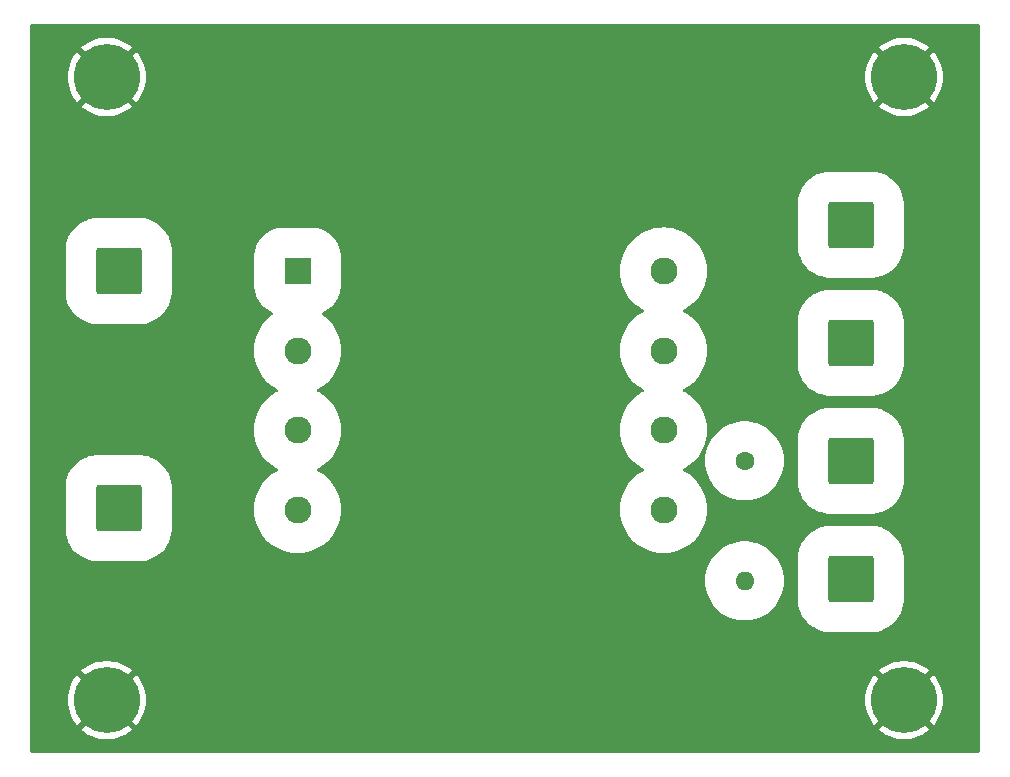
<source format=gbr>
%TF.GenerationSoftware,KiCad,Pcbnew,8.0.6*%
%TF.CreationDate,2025-02-04T11:31:06-08:00*%
%TF.ProjectId,Voltage_Transformer_test_board,566f6c74-6167-4655-9f54-72616e73666f,rev?*%
%TF.SameCoordinates,Original*%
%TF.FileFunction,Copper,L1,Top*%
%TF.FilePolarity,Positive*%
%FSLAX46Y46*%
G04 Gerber Fmt 4.6, Leading zero omitted, Abs format (unit mm)*
G04 Created by KiCad (PCBNEW 8.0.6) date 2025-02-04 11:31:06*
%MOMM*%
%LPD*%
G01*
G04 APERTURE LIST*
G04 Aperture macros list*
%AMRoundRect*
0 Rectangle with rounded corners*
0 $1 Rounding radius*
0 $2 $3 $4 $5 $6 $7 $8 $9 X,Y pos of 4 corners*
0 Add a 4 corners polygon primitive as box body*
4,1,4,$2,$3,$4,$5,$6,$7,$8,$9,$2,$3,0*
0 Add four circle primitives for the rounded corners*
1,1,$1+$1,$2,$3*
1,1,$1+$1,$4,$5*
1,1,$1+$1,$6,$7*
1,1,$1+$1,$8,$9*
0 Add four rect primitives between the rounded corners*
20,1,$1+$1,$2,$3,$4,$5,0*
20,1,$1+$1,$4,$5,$6,$7,0*
20,1,$1+$1,$6,$7,$8,$9,0*
20,1,$1+$1,$8,$9,$2,$3,0*%
G04 Aperture macros list end*
%TA.AperFunction,ComponentPad*%
%ADD10C,1.600000*%
%TD*%
%TA.AperFunction,ComponentPad*%
%ADD11O,1.600000X1.600000*%
%TD*%
%TA.AperFunction,ComponentPad*%
%ADD12RoundRect,0.250002X-1.699998X-1.699998X1.699998X-1.699998X1.699998X1.699998X-1.699998X1.699998X0*%
%TD*%
%TA.AperFunction,ComponentPad*%
%ADD13C,3.600000*%
%TD*%
%TA.AperFunction,ConnectorPad*%
%ADD14C,5.600000*%
%TD*%
%TA.AperFunction,ComponentPad*%
%ADD15R,2.286000X2.286000*%
%TD*%
%TA.AperFunction,ComponentPad*%
%ADD16C,2.286000*%
%TD*%
%TA.AperFunction,Conductor*%
%ADD17C,1.000000*%
%TD*%
G04 APERTURE END LIST*
D10*
%TO.P,R1,1*%
%TO.N,Net-(J5-Pin_1)*%
X151000000Y-80000000D03*
D11*
%TO.P,R1,2*%
%TO.N,Net-(J6-Pin_1)*%
X151000000Y-90160000D03*
%TD*%
D12*
%TO.P,J3,1,Pin_1*%
%TO.N,Net-(J3-Pin_1)*%
X160000000Y-60000000D03*
%TD*%
D13*
%TO.P,H2,1,1*%
%TO.N,GND*%
X97000000Y-100250000D03*
D14*
X97000000Y-100250000D03*
%TD*%
D15*
%TO.P,T1,1*%
%TO.N,J1*%
X113152000Y-63930000D03*
D16*
%TO.P,T1,2*%
%TO.N,Net-(J2-Pin_1)*%
X113152000Y-70661000D03*
%TO.P,T1,3*%
%TO.N,J1*%
X113152000Y-77392000D03*
%TO.P,T1,4*%
%TO.N,Net-(J2-Pin_1)*%
X113152000Y-84123000D03*
%TO.P,T1,5*%
%TO.N,Net-(J3-Pin_1)*%
X144140000Y-63930000D03*
%TO.P,T1,6*%
%TO.N,Net-(J4-Pin_1)*%
X144140000Y-70661000D03*
%TO.P,T1,7*%
%TO.N,Net-(J5-Pin_1)*%
X144140000Y-77392000D03*
%TO.P,T1,8*%
%TO.N,Net-(J6-Pin_1)*%
X144140000Y-84123000D03*
%TD*%
D13*
%TO.P,H4,1,1*%
%TO.N,GND*%
X164500000Y-100250000D03*
D14*
X164500000Y-100250000D03*
%TD*%
D12*
%TO.P,J2,1,Pin_1*%
%TO.N,Net-(J2-Pin_1)*%
X98000000Y-84000000D03*
%TD*%
%TO.P,J6,1,Pin_1*%
%TO.N,Net-(J6-Pin_1)*%
X160000000Y-90000000D03*
%TD*%
%TO.P,J5,1,Pin_1*%
%TO.N,Net-(J5-Pin_1)*%
X160000000Y-80000000D03*
%TD*%
%TO.P,J1,1,Pin_1*%
%TO.N,J1*%
X98000000Y-63930000D03*
%TD*%
D13*
%TO.P,H1,1,1*%
%TO.N,GND*%
X97000000Y-47500000D03*
D14*
X97000000Y-47500000D03*
%TD*%
D13*
%TO.P,H3,1,1*%
%TO.N,GND*%
X164500000Y-47500000D03*
D14*
X164500000Y-47500000D03*
%TD*%
D12*
%TO.P,J4,1,Pin_1*%
%TO.N,Net-(J4-Pin_1)*%
X160000000Y-70000000D03*
%TD*%
D17*
%TO.N,Net-(J2-Pin_1)*%
X113152000Y-84123000D02*
X112877000Y-84123000D01*
X112877000Y-84123000D02*
X112750000Y-84250000D01*
%TD*%
%TA.AperFunction,Conductor*%
%TO.N,GND*%
G36*
X170892539Y-43020185D02*
G01*
X170938294Y-43072989D01*
X170949500Y-43124500D01*
X170949500Y-104575500D01*
X170929815Y-104642539D01*
X170877011Y-104688294D01*
X170825500Y-104699500D01*
X90624500Y-104699500D01*
X90557461Y-104679815D01*
X90511706Y-104627011D01*
X90500500Y-104575500D01*
X90500500Y-100249997D01*
X93695153Y-100249997D01*
X93695153Y-100250002D01*
X93714526Y-100607314D01*
X93714527Y-100607331D01*
X93772415Y-100960431D01*
X93772421Y-100960457D01*
X93868147Y-101305232D01*
X93868149Y-101305239D01*
X94000597Y-101637659D01*
X94000606Y-101637677D01*
X94168218Y-101953827D01*
X94369024Y-102249994D01*
X94369035Y-102250008D01*
X94496441Y-102400002D01*
X94496442Y-102400002D01*
X95705747Y-101190697D01*
X95779588Y-101292330D01*
X95957670Y-101470412D01*
X96059300Y-101544251D01*
X94847257Y-102756294D01*
X94860495Y-102768836D01*
X95145367Y-102985388D01*
X95145370Y-102985390D01*
X95451990Y-103169876D01*
X95776739Y-103320122D01*
X95776744Y-103320123D01*
X96115855Y-103434383D01*
X96465339Y-103511311D01*
X96821075Y-103549999D01*
X96821085Y-103550000D01*
X97178915Y-103550000D01*
X97178924Y-103549999D01*
X97534660Y-103511311D01*
X97884144Y-103434383D01*
X98223255Y-103320123D01*
X98223260Y-103320122D01*
X98548009Y-103169876D01*
X98854629Y-102985390D01*
X98854632Y-102985388D01*
X99139509Y-102768831D01*
X99152742Y-102756295D01*
X99152742Y-102756294D01*
X97940699Y-101544251D01*
X98042330Y-101470412D01*
X98220412Y-101292330D01*
X98294251Y-101190698D01*
X99503556Y-102400002D01*
X99630972Y-102249998D01*
X99630975Y-102249994D01*
X99831781Y-101953827D01*
X99999393Y-101637677D01*
X99999402Y-101637659D01*
X100131850Y-101305239D01*
X100131852Y-101305232D01*
X100227578Y-100960457D01*
X100227584Y-100960431D01*
X100285472Y-100607331D01*
X100285473Y-100607314D01*
X100304847Y-100250002D01*
X100304847Y-100249997D01*
X161195153Y-100249997D01*
X161195153Y-100250002D01*
X161214526Y-100607314D01*
X161214527Y-100607331D01*
X161272415Y-100960431D01*
X161272421Y-100960457D01*
X161368147Y-101305232D01*
X161368149Y-101305239D01*
X161500597Y-101637659D01*
X161500606Y-101637677D01*
X161668218Y-101953827D01*
X161869024Y-102249994D01*
X161869035Y-102250008D01*
X161996441Y-102400002D01*
X161996442Y-102400002D01*
X163205747Y-101190697D01*
X163279588Y-101292330D01*
X163457670Y-101470412D01*
X163559300Y-101544251D01*
X162347257Y-102756294D01*
X162360495Y-102768836D01*
X162645367Y-102985388D01*
X162645370Y-102985390D01*
X162951990Y-103169876D01*
X163276739Y-103320122D01*
X163276744Y-103320123D01*
X163615855Y-103434383D01*
X163965339Y-103511311D01*
X164321075Y-103549999D01*
X164321085Y-103550000D01*
X164678915Y-103550000D01*
X164678924Y-103549999D01*
X165034660Y-103511311D01*
X165384144Y-103434383D01*
X165723255Y-103320123D01*
X165723260Y-103320122D01*
X166048009Y-103169876D01*
X166354629Y-102985390D01*
X166354632Y-102985388D01*
X166639509Y-102768831D01*
X166652742Y-102756295D01*
X166652742Y-102756294D01*
X165440699Y-101544251D01*
X165542330Y-101470412D01*
X165720412Y-101292330D01*
X165794251Y-101190698D01*
X167003556Y-102400002D01*
X167130972Y-102249998D01*
X167130975Y-102249994D01*
X167331781Y-101953827D01*
X167499393Y-101637677D01*
X167499402Y-101637659D01*
X167631850Y-101305239D01*
X167631852Y-101305232D01*
X167727578Y-100960457D01*
X167727584Y-100960431D01*
X167785472Y-100607331D01*
X167785473Y-100607314D01*
X167804847Y-100250002D01*
X167804847Y-100249997D01*
X167785473Y-99892685D01*
X167785472Y-99892668D01*
X167727584Y-99539568D01*
X167727578Y-99539542D01*
X167631852Y-99194767D01*
X167631850Y-99194760D01*
X167499402Y-98862340D01*
X167499393Y-98862322D01*
X167331781Y-98546172D01*
X167130975Y-98250005D01*
X167130964Y-98249991D01*
X167003556Y-98099996D01*
X165794251Y-99309301D01*
X165720412Y-99207670D01*
X165542330Y-99029588D01*
X165440698Y-98955748D01*
X166652742Y-97743704D01*
X166639504Y-97731163D01*
X166354632Y-97514611D01*
X166354629Y-97514609D01*
X166048009Y-97330123D01*
X165723260Y-97179877D01*
X165723255Y-97179876D01*
X165384144Y-97065616D01*
X165034660Y-96988688D01*
X164678924Y-96950000D01*
X164321075Y-96950000D01*
X163965339Y-96988688D01*
X163615855Y-97065616D01*
X163276744Y-97179876D01*
X163276739Y-97179877D01*
X162951990Y-97330123D01*
X162645370Y-97514609D01*
X162645367Y-97514611D01*
X162360486Y-97731170D01*
X162360485Y-97731171D01*
X162347257Y-97743702D01*
X162347256Y-97743703D01*
X163559301Y-98955748D01*
X163457670Y-99029588D01*
X163279588Y-99207670D01*
X163205748Y-99309301D01*
X161996442Y-98099995D01*
X161996441Y-98099996D01*
X161869033Y-98249992D01*
X161668218Y-98546172D01*
X161500606Y-98862322D01*
X161500597Y-98862340D01*
X161368149Y-99194760D01*
X161368147Y-99194767D01*
X161272421Y-99539542D01*
X161272415Y-99539568D01*
X161214527Y-99892668D01*
X161214526Y-99892685D01*
X161195153Y-100249997D01*
X100304847Y-100249997D01*
X100285473Y-99892685D01*
X100285472Y-99892668D01*
X100227584Y-99539568D01*
X100227578Y-99539542D01*
X100131852Y-99194767D01*
X100131850Y-99194760D01*
X99999402Y-98862340D01*
X99999393Y-98862322D01*
X99831781Y-98546172D01*
X99630975Y-98250005D01*
X99630964Y-98249991D01*
X99503556Y-98099996D01*
X98294251Y-99309301D01*
X98220412Y-99207670D01*
X98042330Y-99029588D01*
X97940698Y-98955748D01*
X99152742Y-97743704D01*
X99139504Y-97731163D01*
X98854632Y-97514611D01*
X98854629Y-97514609D01*
X98548009Y-97330123D01*
X98223260Y-97179877D01*
X98223255Y-97179876D01*
X97884144Y-97065616D01*
X97534660Y-96988688D01*
X97178924Y-96950000D01*
X96821075Y-96950000D01*
X96465339Y-96988688D01*
X96115855Y-97065616D01*
X95776744Y-97179876D01*
X95776739Y-97179877D01*
X95451990Y-97330123D01*
X95145370Y-97514609D01*
X95145367Y-97514611D01*
X94860486Y-97731170D01*
X94860485Y-97731171D01*
X94847257Y-97743702D01*
X94847256Y-97743703D01*
X96059301Y-98955748D01*
X95957670Y-99029588D01*
X95779588Y-99207670D01*
X95705748Y-99309301D01*
X94496442Y-98099995D01*
X94496441Y-98099996D01*
X94369033Y-98249992D01*
X94168218Y-98546172D01*
X94000606Y-98862322D01*
X94000597Y-98862340D01*
X93868149Y-99194760D01*
X93868147Y-99194767D01*
X93772421Y-99539542D01*
X93772415Y-99539568D01*
X93714527Y-99892668D01*
X93714526Y-99892685D01*
X93695153Y-100249997D01*
X90500500Y-100249997D01*
X90500500Y-90159997D01*
X147654594Y-90159997D01*
X147654594Y-90160002D01*
X147674205Y-90521699D01*
X147674206Y-90521716D01*
X147732805Y-90879150D01*
X147732811Y-90879176D01*
X147829711Y-91228182D01*
X147829713Y-91228189D01*
X147963787Y-91564690D01*
X147963792Y-91564700D01*
X148125011Y-91868792D01*
X148133468Y-91884742D01*
X148133469Y-91884745D01*
X148336743Y-92184551D01*
X148336751Y-92184561D01*
X148571242Y-92460625D01*
X148571250Y-92460634D01*
X148834230Y-92709742D01*
X149122601Y-92928956D01*
X149432984Y-93115706D01*
X149432989Y-93115708D01*
X149432992Y-93115710D01*
X149761727Y-93267799D01*
X149761738Y-93267804D01*
X150105009Y-93383466D01*
X150458774Y-93461335D01*
X150818883Y-93500500D01*
X150818888Y-93500500D01*
X151181112Y-93500500D01*
X151181117Y-93500500D01*
X151541226Y-93461335D01*
X151894991Y-93383466D01*
X152238262Y-93267804D01*
X152567016Y-93115706D01*
X152877399Y-92928956D01*
X153165770Y-92709742D01*
X153428750Y-92460634D01*
X153663255Y-92184553D01*
X153866535Y-91884737D01*
X154036208Y-91564700D01*
X154170285Y-91228193D01*
X154267192Y-90879163D01*
X154325795Y-90521702D01*
X154345406Y-90160000D01*
X154325795Y-89798298D01*
X154267192Y-89440837D01*
X154170285Y-89091807D01*
X154036208Y-88755300D01*
X153866535Y-88435263D01*
X153866531Y-88435257D01*
X153866530Y-88435254D01*
X153663256Y-88135448D01*
X153663248Y-88135438D01*
X153659652Y-88131205D01*
X155509500Y-88131205D01*
X155509500Y-91868794D01*
X155511437Y-91884745D01*
X155550192Y-92203919D01*
X155611663Y-92453321D01*
X155630983Y-92531703D01*
X155697182Y-92706254D01*
X155750693Y-92847349D01*
X155750695Y-92847353D01*
X155750696Y-92847355D01*
X155750696Y-92847356D01*
X155907577Y-93146267D01*
X155907582Y-93146275D01*
X156099347Y-93424096D01*
X156099352Y-93424102D01*
X156323211Y-93676786D01*
X156323213Y-93676788D01*
X156575897Y-93900647D01*
X156575903Y-93900652D01*
X156794385Y-94051458D01*
X156853731Y-94092422D01*
X157152651Y-94249307D01*
X157398247Y-94342449D01*
X157468296Y-94369016D01*
X157468298Y-94369016D01*
X157468302Y-94369018D01*
X157796081Y-94449808D01*
X158076428Y-94483848D01*
X158131206Y-94490500D01*
X158131208Y-94490500D01*
X161868794Y-94490500D01*
X161919433Y-94484351D01*
X162203919Y-94449808D01*
X162531698Y-94369018D01*
X162847349Y-94249307D01*
X163146269Y-94092422D01*
X163424099Y-93900650D01*
X163676787Y-93676787D01*
X163900650Y-93424099D01*
X164092422Y-93146269D01*
X164249307Y-92847349D01*
X164369018Y-92531698D01*
X164449808Y-92203919D01*
X164490500Y-91868792D01*
X164490500Y-88131208D01*
X164449808Y-87796081D01*
X164369018Y-87468302D01*
X164249307Y-87152651D01*
X164245957Y-87146269D01*
X164135880Y-86936534D01*
X164092422Y-86853731D01*
X164051458Y-86794385D01*
X163900652Y-86575903D01*
X163900647Y-86575897D01*
X163676788Y-86323213D01*
X163676786Y-86323211D01*
X163424102Y-86099352D01*
X163424096Y-86099347D01*
X163146275Y-85907582D01*
X163146267Y-85907577D01*
X162847356Y-85750696D01*
X162847351Y-85750694D01*
X162847349Y-85750693D01*
X162759577Y-85717405D01*
X162531703Y-85630983D01*
X162453321Y-85611663D01*
X162203919Y-85550192D01*
X162002842Y-85525776D01*
X161868794Y-85509500D01*
X161868792Y-85509500D01*
X158131208Y-85509500D01*
X158131206Y-85509500D01*
X157963644Y-85529846D01*
X157796081Y-85550192D01*
X157629812Y-85591173D01*
X157468296Y-85630983D01*
X157219882Y-85725195D01*
X157152651Y-85750693D01*
X157152648Y-85750694D01*
X157152644Y-85750696D01*
X157152643Y-85750696D01*
X156853732Y-85907577D01*
X156853724Y-85907582D01*
X156575903Y-86099347D01*
X156575897Y-86099352D01*
X156323213Y-86323211D01*
X156323211Y-86323213D01*
X156099352Y-86575897D01*
X156099347Y-86575903D01*
X155907582Y-86853724D01*
X155907577Y-86853732D01*
X155750696Y-87152643D01*
X155750696Y-87152644D01*
X155630983Y-87468296D01*
X155595995Y-87610250D01*
X155551359Y-87791349D01*
X155550192Y-87796083D01*
X155509500Y-88131205D01*
X153659652Y-88131205D01*
X153428757Y-87859374D01*
X153428752Y-87859368D01*
X153428750Y-87859366D01*
X153165770Y-87610258D01*
X153165763Y-87610252D01*
X153165760Y-87610250D01*
X152979022Y-87468296D01*
X152877399Y-87391044D01*
X152567016Y-87204294D01*
X152567013Y-87204292D01*
X152567007Y-87204289D01*
X152238272Y-87052200D01*
X152238267Y-87052198D01*
X152238262Y-87052196D01*
X152070938Y-86995817D01*
X151894990Y-86936533D01*
X151541224Y-86858664D01*
X151181118Y-86819500D01*
X151181117Y-86819500D01*
X150818883Y-86819500D01*
X150818881Y-86819500D01*
X150458775Y-86858664D01*
X150105009Y-86936533D01*
X149839650Y-87025944D01*
X149761738Y-87052196D01*
X149761735Y-87052197D01*
X149761727Y-87052200D01*
X149432992Y-87204289D01*
X149122608Y-87391039D01*
X149122605Y-87391041D01*
X148834239Y-87610250D01*
X148834230Y-87610258D01*
X148571247Y-87859368D01*
X148571242Y-87859374D01*
X148336751Y-88135438D01*
X148336743Y-88135448D01*
X148133469Y-88435254D01*
X148133468Y-88435257D01*
X147963796Y-88755291D01*
X147963787Y-88755309D01*
X147829713Y-89091810D01*
X147829711Y-89091817D01*
X147732811Y-89440823D01*
X147732805Y-89440849D01*
X147674206Y-89798283D01*
X147674205Y-89798300D01*
X147654594Y-90159997D01*
X90500500Y-90159997D01*
X90500500Y-82131208D01*
X93509500Y-82131208D01*
X93509500Y-85868792D01*
X93550192Y-86203919D01*
X93611663Y-86453321D01*
X93630983Y-86531703D01*
X93697182Y-86706254D01*
X93750693Y-86847349D01*
X93750695Y-86847353D01*
X93750696Y-86847355D01*
X93750696Y-86847356D01*
X93907577Y-87146267D01*
X93907582Y-87146275D01*
X94099347Y-87424096D01*
X94099352Y-87424102D01*
X94323211Y-87676786D01*
X94323213Y-87676788D01*
X94575897Y-87900647D01*
X94575903Y-87900652D01*
X94794385Y-88051458D01*
X94853731Y-88092422D01*
X95152651Y-88249307D01*
X95398247Y-88342449D01*
X95468296Y-88369016D01*
X95468298Y-88369016D01*
X95468302Y-88369018D01*
X95796081Y-88449808D01*
X96076428Y-88483848D01*
X96131206Y-88490500D01*
X96131208Y-88490500D01*
X99868794Y-88490500D01*
X99919433Y-88484351D01*
X100203919Y-88449808D01*
X100531698Y-88369018D01*
X100847349Y-88249307D01*
X101146269Y-88092422D01*
X101424099Y-87900650D01*
X101676787Y-87676787D01*
X101900650Y-87424099D01*
X102092422Y-87146269D01*
X102249307Y-86847349D01*
X102369018Y-86531698D01*
X102449808Y-86203919D01*
X102490500Y-85868792D01*
X102490500Y-82131208D01*
X102449808Y-81796081D01*
X102369018Y-81468302D01*
X102249307Y-81152651D01*
X102092422Y-80853731D01*
X102025999Y-80757500D01*
X101900652Y-80575903D01*
X101900647Y-80575897D01*
X101676788Y-80323213D01*
X101676786Y-80323211D01*
X101424102Y-80099352D01*
X101424096Y-80099347D01*
X101146275Y-79907582D01*
X101146267Y-79907577D01*
X100847356Y-79750696D01*
X100847351Y-79750694D01*
X100847349Y-79750693D01*
X100759577Y-79717405D01*
X100531703Y-79630983D01*
X100453321Y-79611663D01*
X100203919Y-79550192D01*
X100002842Y-79525776D01*
X99868794Y-79509500D01*
X99868792Y-79509500D01*
X96131208Y-79509500D01*
X96131206Y-79509500D01*
X95963644Y-79529846D01*
X95796081Y-79550192D01*
X95629812Y-79591173D01*
X95468296Y-79630983D01*
X95219882Y-79725195D01*
X95152651Y-79750693D01*
X95152648Y-79750694D01*
X95152644Y-79750696D01*
X95152643Y-79750696D01*
X94853732Y-79907577D01*
X94853724Y-79907582D01*
X94575903Y-80099347D01*
X94575897Y-80099352D01*
X94323213Y-80323211D01*
X94323211Y-80323213D01*
X94099352Y-80575897D01*
X94099347Y-80575903D01*
X93907582Y-80853724D01*
X93907577Y-80853732D01*
X93750696Y-81152643D01*
X93750696Y-81152644D01*
X93630983Y-81468296D01*
X93630982Y-81468302D01*
X93567776Y-81724742D01*
X93550192Y-81796083D01*
X93522451Y-82024551D01*
X93509500Y-82131208D01*
X90500500Y-82131208D01*
X90500500Y-70660999D01*
X109463445Y-70660999D01*
X109463445Y-70661000D01*
X109483651Y-71046560D01*
X109544048Y-71427888D01*
X109544048Y-71427890D01*
X109643978Y-71800833D01*
X109782338Y-72161273D01*
X109957620Y-72505282D01*
X110167894Y-72829076D01*
X110182696Y-72847355D01*
X110410869Y-73129125D01*
X110683875Y-73402131D01*
X110683879Y-73402134D01*
X110983923Y-73645105D01*
X111032711Y-73676788D01*
X111307722Y-73855382D01*
X111378069Y-73891225D01*
X111426720Y-73916015D01*
X111477516Y-73963990D01*
X111494311Y-74031811D01*
X111471773Y-74097946D01*
X111426721Y-74136984D01*
X111307724Y-74197616D01*
X111307720Y-74197618D01*
X110983923Y-74407894D01*
X110683879Y-74650865D01*
X110683871Y-74650872D01*
X110410872Y-74923871D01*
X110410865Y-74923879D01*
X110167894Y-75223923D01*
X109957620Y-75547718D01*
X109782338Y-75891726D01*
X109643978Y-76252166D01*
X109544048Y-76625109D01*
X109544048Y-76625111D01*
X109483651Y-77006439D01*
X109463445Y-77391999D01*
X109463445Y-77392000D01*
X109483651Y-77777560D01*
X109486585Y-77796083D01*
X109544049Y-78158894D01*
X109575228Y-78275257D01*
X109643978Y-78531833D01*
X109782338Y-78892273D01*
X109957620Y-79236282D01*
X110167894Y-79560076D01*
X110231225Y-79638283D01*
X110410869Y-79860125D01*
X110683875Y-80133131D01*
X110683879Y-80133134D01*
X110983923Y-80376105D01*
X111307717Y-80586379D01*
X111307722Y-80586382D01*
X111378069Y-80622225D01*
X111426720Y-80647015D01*
X111477516Y-80694990D01*
X111494311Y-80762811D01*
X111471773Y-80828946D01*
X111426721Y-80867984D01*
X111307724Y-80928616D01*
X111307720Y-80928618D01*
X110983923Y-81138894D01*
X110683879Y-81381865D01*
X110683871Y-81381872D01*
X110410872Y-81654871D01*
X110410865Y-81654879D01*
X110167894Y-81954923D01*
X109957620Y-82278718D01*
X109782338Y-82622726D01*
X109643978Y-82983166D01*
X109544048Y-83356109D01*
X109544048Y-83356111D01*
X109483651Y-83737439D01*
X109463445Y-84122999D01*
X109463445Y-84123000D01*
X109483651Y-84508560D01*
X109544048Y-84889888D01*
X109544048Y-84889890D01*
X109643978Y-85262833D01*
X109782338Y-85623273D01*
X109957620Y-85967282D01*
X110167894Y-86291076D01*
X110193918Y-86323213D01*
X110410869Y-86591125D01*
X110683875Y-86864131D01*
X110683879Y-86864134D01*
X110983923Y-87107105D01*
X111307717Y-87317379D01*
X111307722Y-87317382D01*
X111651730Y-87492663D01*
X112012174Y-87631024D01*
X112385106Y-87730951D01*
X112766441Y-87791349D01*
X113130675Y-87810437D01*
X113151999Y-87811555D01*
X113152000Y-87811555D01*
X113152001Y-87811555D01*
X113172207Y-87810496D01*
X113537559Y-87791349D01*
X113918894Y-87730951D01*
X114291826Y-87631024D01*
X114652270Y-87492663D01*
X114996278Y-87317382D01*
X115320078Y-87107104D01*
X115620125Y-86864131D01*
X115893131Y-86591125D01*
X116136104Y-86291078D01*
X116346382Y-85967278D01*
X116521663Y-85623270D01*
X116660024Y-85262826D01*
X116759951Y-84889894D01*
X116820349Y-84508559D01*
X116840555Y-84123000D01*
X116820349Y-83737441D01*
X116759951Y-83356106D01*
X116660024Y-82983174D01*
X116521663Y-82622730D01*
X116346382Y-82278723D01*
X116181323Y-82024553D01*
X116136105Y-81954923D01*
X116007477Y-81796081D01*
X115893131Y-81654875D01*
X115620125Y-81381869D01*
X115337064Y-81152651D01*
X115320076Y-81138894D01*
X114996282Y-80928620D01*
X114877279Y-80867985D01*
X114826483Y-80820011D01*
X114809688Y-80752190D01*
X114832225Y-80686055D01*
X114877279Y-80647015D01*
X114996278Y-80586382D01*
X115320078Y-80376104D01*
X115620125Y-80133131D01*
X115893131Y-79860125D01*
X116136104Y-79560078D01*
X116346382Y-79236278D01*
X116521663Y-78892270D01*
X116660024Y-78531826D01*
X116759951Y-78158894D01*
X116820349Y-77777559D01*
X116840555Y-77392000D01*
X116820349Y-77006441D01*
X116759951Y-76625106D01*
X116660024Y-76252174D01*
X116521663Y-75891730D01*
X116346382Y-75547723D01*
X116136104Y-75223922D01*
X115893131Y-74923875D01*
X115620125Y-74650869D01*
X115320078Y-74407896D01*
X115320076Y-74407894D01*
X114996282Y-74197620D01*
X114877279Y-74136985D01*
X114826483Y-74089011D01*
X114809688Y-74021190D01*
X114832225Y-73955055D01*
X114877279Y-73916015D01*
X114996278Y-73855382D01*
X115320078Y-73645104D01*
X115620125Y-73402131D01*
X115893131Y-73129125D01*
X116136104Y-72829078D01*
X116346382Y-72505278D01*
X116521663Y-72161270D01*
X116660024Y-71800826D01*
X116759951Y-71427894D01*
X116820349Y-71046559D01*
X116840555Y-70661000D01*
X116820349Y-70275441D01*
X116759951Y-69894106D01*
X116660024Y-69521174D01*
X116521663Y-69160730D01*
X116346382Y-68816723D01*
X116136104Y-68492922D01*
X115893131Y-68192875D01*
X115620125Y-67919869D01*
X115467262Y-67796083D01*
X115320076Y-67676894D01*
X115255913Y-67635226D01*
X115210410Y-67582204D01*
X115200797Y-67512999D01*
X115230124Y-67449583D01*
X115274198Y-67417432D01*
X115450643Y-67341078D01*
X115725796Y-67178353D01*
X115978384Y-66982426D01*
X115978385Y-66982426D01*
X116204426Y-66756385D01*
X116204426Y-66756384D01*
X116400346Y-66503805D01*
X116400351Y-66503798D01*
X116400353Y-66503796D01*
X116563078Y-66228643D01*
X116690034Y-65935265D01*
X116743657Y-65750693D01*
X116779218Y-65628294D01*
X116779220Y-65628286D01*
X116829226Y-65312557D01*
X116829226Y-65312552D01*
X116835500Y-65179518D01*
X116835500Y-63929999D01*
X140451445Y-63929999D01*
X140451445Y-63930000D01*
X140471651Y-64315560D01*
X140532048Y-64696888D01*
X140532048Y-64696890D01*
X140631978Y-65069833D01*
X140770338Y-65430273D01*
X140945620Y-65774282D01*
X141155894Y-66098076D01*
X141371183Y-66363936D01*
X141398869Y-66398125D01*
X141671875Y-66671131D01*
X141803051Y-66777355D01*
X141971923Y-66914105D01*
X142295717Y-67124379D01*
X142295722Y-67124382D01*
X142351187Y-67152643D01*
X142414720Y-67185015D01*
X142465516Y-67232990D01*
X142482311Y-67300811D01*
X142459773Y-67366946D01*
X142414721Y-67405984D01*
X142295724Y-67466616D01*
X142295720Y-67466618D01*
X141971923Y-67676894D01*
X141671879Y-67919865D01*
X141671871Y-67919872D01*
X141398872Y-68192871D01*
X141398865Y-68192879D01*
X141155894Y-68492923D01*
X140945620Y-68816718D01*
X140770338Y-69160726D01*
X140631978Y-69521166D01*
X140532048Y-69894109D01*
X140532048Y-69894111D01*
X140471651Y-70275439D01*
X140451445Y-70660999D01*
X140451445Y-70661000D01*
X140471651Y-71046560D01*
X140532048Y-71427888D01*
X140532048Y-71427890D01*
X140631978Y-71800833D01*
X140770338Y-72161273D01*
X140945620Y-72505282D01*
X141155894Y-72829076D01*
X141170696Y-72847355D01*
X141398869Y-73129125D01*
X141671875Y-73402131D01*
X141671879Y-73402134D01*
X141971923Y-73645105D01*
X142020711Y-73676788D01*
X142295722Y-73855382D01*
X142366069Y-73891225D01*
X142414720Y-73916015D01*
X142465516Y-73963990D01*
X142482311Y-74031811D01*
X142459773Y-74097946D01*
X142414721Y-74136984D01*
X142295724Y-74197616D01*
X142295720Y-74197618D01*
X141971923Y-74407894D01*
X141671879Y-74650865D01*
X141671871Y-74650872D01*
X141398872Y-74923871D01*
X141398865Y-74923879D01*
X141155894Y-75223923D01*
X140945620Y-75547718D01*
X140770338Y-75891726D01*
X140631978Y-76252166D01*
X140532048Y-76625109D01*
X140532048Y-76625111D01*
X140471651Y-77006439D01*
X140451445Y-77391999D01*
X140451445Y-77392000D01*
X140471651Y-77777560D01*
X140474585Y-77796083D01*
X140532049Y-78158894D01*
X140563228Y-78275257D01*
X140631978Y-78531833D01*
X140770338Y-78892273D01*
X140945620Y-79236282D01*
X141155894Y-79560076D01*
X141219225Y-79638283D01*
X141398869Y-79860125D01*
X141671875Y-80133131D01*
X141671879Y-80133134D01*
X141971923Y-80376105D01*
X142295717Y-80586379D01*
X142295722Y-80586382D01*
X142366069Y-80622225D01*
X142414720Y-80647015D01*
X142465516Y-80694990D01*
X142482311Y-80762811D01*
X142459773Y-80828946D01*
X142414721Y-80867984D01*
X142295724Y-80928616D01*
X142295720Y-80928618D01*
X141971923Y-81138894D01*
X141671879Y-81381865D01*
X141671871Y-81381872D01*
X141398872Y-81654871D01*
X141398865Y-81654879D01*
X141155894Y-81954923D01*
X140945620Y-82278718D01*
X140770338Y-82622726D01*
X140631978Y-82983166D01*
X140532048Y-83356109D01*
X140532048Y-83356111D01*
X140471651Y-83737439D01*
X140451445Y-84122999D01*
X140451445Y-84123000D01*
X140471651Y-84508560D01*
X140532048Y-84889888D01*
X140532048Y-84889890D01*
X140631978Y-85262833D01*
X140770338Y-85623273D01*
X140945620Y-85967282D01*
X141155894Y-86291076D01*
X141181918Y-86323213D01*
X141398869Y-86591125D01*
X141671875Y-86864131D01*
X141671879Y-86864134D01*
X141971923Y-87107105D01*
X142295717Y-87317379D01*
X142295722Y-87317382D01*
X142639730Y-87492663D01*
X143000174Y-87631024D01*
X143373106Y-87730951D01*
X143754441Y-87791349D01*
X144118675Y-87810437D01*
X144139999Y-87811555D01*
X144140000Y-87811555D01*
X144140001Y-87811555D01*
X144160207Y-87810496D01*
X144525559Y-87791349D01*
X144906894Y-87730951D01*
X145279826Y-87631024D01*
X145640270Y-87492663D01*
X145984278Y-87317382D01*
X146308078Y-87107104D01*
X146608125Y-86864131D01*
X146881131Y-86591125D01*
X147124104Y-86291078D01*
X147334382Y-85967278D01*
X147509663Y-85623270D01*
X147648024Y-85262826D01*
X147747951Y-84889894D01*
X147808349Y-84508559D01*
X147828555Y-84123000D01*
X147808349Y-83737441D01*
X147747951Y-83356106D01*
X147648024Y-82983174D01*
X147509663Y-82622730D01*
X147334382Y-82278723D01*
X147169323Y-82024553D01*
X147124105Y-81954923D01*
X146995477Y-81796081D01*
X146881131Y-81654875D01*
X146608125Y-81381869D01*
X146325064Y-81152651D01*
X146308076Y-81138894D01*
X145984282Y-80928620D01*
X145865279Y-80867985D01*
X145814483Y-80820011D01*
X145797688Y-80752190D01*
X145820225Y-80686055D01*
X145865279Y-80647015D01*
X145984278Y-80586382D01*
X146308078Y-80376104D01*
X146608125Y-80133131D01*
X146741259Y-79999997D01*
X147654594Y-79999997D01*
X147654594Y-80000002D01*
X147674205Y-80361699D01*
X147674206Y-80361716D01*
X147732805Y-80719150D01*
X147732811Y-80719176D01*
X147829711Y-81068182D01*
X147829713Y-81068189D01*
X147963787Y-81404690D01*
X147963792Y-81404700D01*
X148096426Y-81654875D01*
X148133468Y-81724742D01*
X148133469Y-81724745D01*
X148336743Y-82024551D01*
X148336751Y-82024561D01*
X148571242Y-82300625D01*
X148571250Y-82300634D01*
X148834230Y-82549742D01*
X149122601Y-82768956D01*
X149432984Y-82955706D01*
X149432989Y-82955708D01*
X149432992Y-82955710D01*
X149761727Y-83107799D01*
X149761738Y-83107804D01*
X150105009Y-83223466D01*
X150458774Y-83301335D01*
X150818883Y-83340500D01*
X150818888Y-83340500D01*
X151181112Y-83340500D01*
X151181117Y-83340500D01*
X151541226Y-83301335D01*
X151894991Y-83223466D01*
X152238262Y-83107804D01*
X152567016Y-82955706D01*
X152877399Y-82768956D01*
X153165770Y-82549742D01*
X153428750Y-82300634D01*
X153663255Y-82024553D01*
X153768863Y-81868792D01*
X153866530Y-81724745D01*
X153866530Y-81724743D01*
X153866535Y-81724737D01*
X154036208Y-81404700D01*
X154170285Y-81068193D01*
X154267192Y-80719163D01*
X154325795Y-80361702D01*
X154345406Y-80000000D01*
X154325795Y-79638298D01*
X154312971Y-79560078D01*
X154267194Y-79280849D01*
X154267193Y-79280848D01*
X154267192Y-79280837D01*
X154170285Y-78931807D01*
X154036208Y-78595300D01*
X153866535Y-78275263D01*
X153866531Y-78275257D01*
X153866530Y-78275254D01*
X153768864Y-78131208D01*
X155509500Y-78131208D01*
X155509500Y-81868792D01*
X155550192Y-82203919D01*
X155574030Y-82300634D01*
X155630983Y-82531703D01*
X155665504Y-82622726D01*
X155750693Y-82847349D01*
X155750695Y-82847353D01*
X155750696Y-82847355D01*
X155750696Y-82847356D01*
X155907577Y-83146267D01*
X155907582Y-83146275D01*
X156099347Y-83424096D01*
X156099352Y-83424102D01*
X156323211Y-83676786D01*
X156323213Y-83676788D01*
X156575897Y-83900647D01*
X156575903Y-83900652D01*
X156794385Y-84051458D01*
X156853731Y-84092422D01*
X157152651Y-84249307D01*
X157398247Y-84342449D01*
X157468296Y-84369016D01*
X157468298Y-84369016D01*
X157468302Y-84369018D01*
X157796081Y-84449808D01*
X158076428Y-84483848D01*
X158131206Y-84490500D01*
X158131208Y-84490500D01*
X161868794Y-84490500D01*
X161919433Y-84484351D01*
X162203919Y-84449808D01*
X162531698Y-84369018D01*
X162847349Y-84249307D01*
X163146269Y-84092422D01*
X163424099Y-83900650D01*
X163676787Y-83676787D01*
X163900650Y-83424099D01*
X164092422Y-83146269D01*
X164249307Y-82847349D01*
X164369018Y-82531698D01*
X164449808Y-82203919D01*
X164490500Y-81868792D01*
X164490500Y-78131208D01*
X164449808Y-77796081D01*
X164369018Y-77468302D01*
X164249307Y-77152651D01*
X164092422Y-76853731D01*
X163985387Y-76698664D01*
X163900652Y-76575903D01*
X163900647Y-76575897D01*
X163676788Y-76323213D01*
X163676786Y-76323211D01*
X163424102Y-76099352D01*
X163424096Y-76099347D01*
X163146275Y-75907582D01*
X163146267Y-75907577D01*
X162847356Y-75750696D01*
X162847351Y-75750694D01*
X162847349Y-75750693D01*
X162759577Y-75717405D01*
X162531703Y-75630983D01*
X162453321Y-75611663D01*
X162203919Y-75550192D01*
X162002842Y-75525776D01*
X161868794Y-75509500D01*
X161868792Y-75509500D01*
X158131208Y-75509500D01*
X158131206Y-75509500D01*
X157963644Y-75529846D01*
X157796081Y-75550192D01*
X157629812Y-75591173D01*
X157468296Y-75630983D01*
X157219882Y-75725195D01*
X157152651Y-75750693D01*
X157152648Y-75750694D01*
X157152644Y-75750696D01*
X157152643Y-75750696D01*
X156853732Y-75907577D01*
X156853724Y-75907582D01*
X156575903Y-76099347D01*
X156575897Y-76099352D01*
X156323213Y-76323211D01*
X156323211Y-76323213D01*
X156099352Y-76575897D01*
X156099347Y-76575903D01*
X155907582Y-76853724D01*
X155907577Y-76853732D01*
X155750696Y-77152643D01*
X155750696Y-77152644D01*
X155630983Y-77468296D01*
X155630982Y-77468302D01*
X155550192Y-77796081D01*
X155509500Y-78131208D01*
X153768864Y-78131208D01*
X153663256Y-77975448D01*
X153663248Y-77975438D01*
X153428757Y-77699374D01*
X153428752Y-77699368D01*
X153428750Y-77699366D01*
X153165770Y-77450258D01*
X153165763Y-77450252D01*
X153165760Y-77450250D01*
X153069999Y-77377455D01*
X152877399Y-77231044D01*
X152567016Y-77044294D01*
X152567013Y-77044292D01*
X152567007Y-77044289D01*
X152238272Y-76892200D01*
X152238267Y-76892198D01*
X152238262Y-76892196D01*
X152070938Y-76835817D01*
X151894990Y-76776533D01*
X151541224Y-76698664D01*
X151181118Y-76659500D01*
X151181117Y-76659500D01*
X150818883Y-76659500D01*
X150818881Y-76659500D01*
X150458775Y-76698664D01*
X150105009Y-76776533D01*
X149839650Y-76865944D01*
X149761738Y-76892196D01*
X149761735Y-76892197D01*
X149761727Y-76892200D01*
X149432992Y-77044289D01*
X149122608Y-77231039D01*
X149122605Y-77231041D01*
X148834239Y-77450250D01*
X148834230Y-77450258D01*
X148571247Y-77699368D01*
X148571242Y-77699374D01*
X148336751Y-77975438D01*
X148336743Y-77975448D01*
X148133469Y-78275254D01*
X148133468Y-78275257D01*
X147963796Y-78595291D01*
X147963787Y-78595309D01*
X147829713Y-78931810D01*
X147829711Y-78931817D01*
X147732811Y-79280823D01*
X147732805Y-79280849D01*
X147674206Y-79638283D01*
X147674205Y-79638300D01*
X147654594Y-79999997D01*
X146741259Y-79999997D01*
X146881131Y-79860125D01*
X147124104Y-79560078D01*
X147334382Y-79236278D01*
X147509663Y-78892270D01*
X147648024Y-78531826D01*
X147747951Y-78158894D01*
X147808349Y-77777559D01*
X147828555Y-77392000D01*
X147808349Y-77006441D01*
X147747951Y-76625106D01*
X147648024Y-76252174D01*
X147509663Y-75891730D01*
X147334382Y-75547723D01*
X147124104Y-75223922D01*
X146881131Y-74923875D01*
X146608125Y-74650869D01*
X146308078Y-74407896D01*
X146308076Y-74407894D01*
X145984282Y-74197620D01*
X145865279Y-74136985D01*
X145814483Y-74089011D01*
X145797688Y-74021190D01*
X145820225Y-73955055D01*
X145865279Y-73916015D01*
X145984278Y-73855382D01*
X146308078Y-73645104D01*
X146608125Y-73402131D01*
X146881131Y-73129125D01*
X147124104Y-72829078D01*
X147334382Y-72505278D01*
X147509663Y-72161270D01*
X147648024Y-71800826D01*
X147747951Y-71427894D01*
X147808349Y-71046559D01*
X147828555Y-70661000D01*
X147808349Y-70275441D01*
X147747951Y-69894106D01*
X147648024Y-69521174D01*
X147509663Y-69160730D01*
X147334382Y-68816723D01*
X147124104Y-68492922D01*
X146881131Y-68192875D01*
X146819464Y-68131208D01*
X155509500Y-68131208D01*
X155509500Y-71868792D01*
X155550192Y-72203919D01*
X155611663Y-72453321D01*
X155630983Y-72531703D01*
X155697182Y-72706254D01*
X155750693Y-72847349D01*
X155750695Y-72847353D01*
X155750696Y-72847355D01*
X155750696Y-72847356D01*
X155907577Y-73146267D01*
X155907582Y-73146275D01*
X156099347Y-73424096D01*
X156099352Y-73424102D01*
X156323211Y-73676786D01*
X156323213Y-73676788D01*
X156575897Y-73900647D01*
X156575903Y-73900652D01*
X156758226Y-74026500D01*
X156853731Y-74092422D01*
X157152651Y-74249307D01*
X157398247Y-74342449D01*
X157468296Y-74369016D01*
X157468298Y-74369016D01*
X157468302Y-74369018D01*
X157796081Y-74449808D01*
X158076428Y-74483848D01*
X158131206Y-74490500D01*
X158131208Y-74490500D01*
X161868794Y-74490500D01*
X161919433Y-74484351D01*
X162203919Y-74449808D01*
X162531698Y-74369018D01*
X162847349Y-74249307D01*
X163146269Y-74092422D01*
X163424099Y-73900650D01*
X163676787Y-73676787D01*
X163900650Y-73424099D01*
X164092422Y-73146269D01*
X164249307Y-72847349D01*
X164369018Y-72531698D01*
X164449808Y-72203919D01*
X164490500Y-71868792D01*
X164490500Y-68131208D01*
X164449808Y-67796081D01*
X164369018Y-67468302D01*
X164368916Y-67468034D01*
X164345384Y-67405984D01*
X164249307Y-67152651D01*
X164092422Y-66853731D01*
X163966385Y-66671134D01*
X163900652Y-66575903D01*
X163900647Y-66575897D01*
X163676788Y-66323213D01*
X163676786Y-66323211D01*
X163424102Y-66099352D01*
X163424096Y-66099347D01*
X163146275Y-65907582D01*
X163146267Y-65907577D01*
X162847356Y-65750696D01*
X162847351Y-65750694D01*
X162847349Y-65750693D01*
X162759577Y-65717405D01*
X162531703Y-65630983D01*
X162453321Y-65611663D01*
X162203919Y-65550192D01*
X162002842Y-65525776D01*
X161868794Y-65509500D01*
X161868792Y-65509500D01*
X158131208Y-65509500D01*
X158131206Y-65509500D01*
X157963644Y-65529846D01*
X157796081Y-65550192D01*
X157629812Y-65591173D01*
X157468296Y-65630983D01*
X157219882Y-65725195D01*
X157152651Y-65750693D01*
X157152648Y-65750694D01*
X157152644Y-65750696D01*
X157152643Y-65750696D01*
X156853732Y-65907577D01*
X156853724Y-65907582D01*
X156575903Y-66099347D01*
X156575897Y-66099352D01*
X156323213Y-66323211D01*
X156323211Y-66323213D01*
X156099352Y-66575897D01*
X156099347Y-66575903D01*
X155907582Y-66853724D01*
X155907577Y-66853732D01*
X155750696Y-67152643D01*
X155750696Y-67152644D01*
X155750694Y-67152648D01*
X155750693Y-67152651D01*
X155738419Y-67185015D01*
X155630983Y-67468296D01*
X155630982Y-67468302D01*
X155550192Y-67796081D01*
X155509500Y-68131208D01*
X146819464Y-68131208D01*
X146608125Y-67919869D01*
X146455262Y-67796083D01*
X146308076Y-67676894D01*
X145984282Y-67466620D01*
X145865279Y-67405985D01*
X145814483Y-67358011D01*
X145797688Y-67290190D01*
X145820225Y-67224055D01*
X145865279Y-67185015D01*
X145878358Y-67178351D01*
X145984278Y-67124382D01*
X146308078Y-66914104D01*
X146608125Y-66671131D01*
X146881131Y-66398125D01*
X147124104Y-66098078D01*
X147334382Y-65774278D01*
X147509663Y-65430270D01*
X147648024Y-65069826D01*
X147747951Y-64696894D01*
X147808349Y-64315559D01*
X147828555Y-63930000D01*
X147808349Y-63544441D01*
X147747951Y-63163106D01*
X147648024Y-62790174D01*
X147509663Y-62429730D01*
X147334382Y-62085723D01*
X147229836Y-61924735D01*
X147124105Y-61761923D01*
X146881134Y-61461879D01*
X146881131Y-61461875D01*
X146608125Y-61188869D01*
X146308078Y-60945896D01*
X146308076Y-60945894D01*
X145984282Y-60735620D01*
X145640273Y-60560338D01*
X145279833Y-60421978D01*
X145167827Y-60391966D01*
X144906894Y-60322049D01*
X144906890Y-60322048D01*
X144906889Y-60322048D01*
X144525560Y-60261651D01*
X144140001Y-60241445D01*
X144139999Y-60241445D01*
X143754439Y-60261651D01*
X143373111Y-60322048D01*
X143373109Y-60322048D01*
X143000166Y-60421978D01*
X142639726Y-60560338D01*
X142295718Y-60735620D01*
X141971923Y-60945894D01*
X141671879Y-61188865D01*
X141671871Y-61188872D01*
X141398872Y-61461871D01*
X141398865Y-61461879D01*
X141155894Y-61761923D01*
X140945620Y-62085718D01*
X140770338Y-62429726D01*
X140631978Y-62790166D01*
X140532048Y-63163109D01*
X140532048Y-63163111D01*
X140471651Y-63544439D01*
X140451445Y-63929999D01*
X116835500Y-63929999D01*
X116835500Y-62680481D01*
X116829226Y-62547447D01*
X116829226Y-62547442D01*
X116779220Y-62231713D01*
X116779218Y-62231705D01*
X116690035Y-61924739D01*
X116690034Y-61924735D01*
X116563078Y-61631357D01*
X116563077Y-61631355D01*
X116563075Y-61631351D01*
X116400351Y-61356201D01*
X116400346Y-61356194D01*
X116204426Y-61103615D01*
X115978384Y-60877573D01*
X115725805Y-60681653D01*
X115725798Y-60681648D01*
X115450648Y-60518924D01*
X115450644Y-60518922D01*
X115157260Y-60391964D01*
X114850294Y-60302781D01*
X114850286Y-60302779D01*
X114534554Y-60252773D01*
X114401518Y-60246500D01*
X114401514Y-60246500D01*
X111902486Y-60246500D01*
X111902482Y-60246500D01*
X111769447Y-60252773D01*
X111769442Y-60252773D01*
X111453713Y-60302779D01*
X111453705Y-60302781D01*
X111146739Y-60391964D01*
X110853355Y-60518922D01*
X110853351Y-60518924D01*
X110578201Y-60681648D01*
X110578194Y-60681653D01*
X110325615Y-60877573D01*
X110325615Y-60877574D01*
X110099574Y-61103615D01*
X110099573Y-61103615D01*
X109903653Y-61356194D01*
X109903648Y-61356201D01*
X109740924Y-61631351D01*
X109740922Y-61631355D01*
X109613964Y-61924739D01*
X109524781Y-62231705D01*
X109524779Y-62231713D01*
X109474773Y-62547442D01*
X109474773Y-62547447D01*
X109468500Y-62680481D01*
X109468500Y-65179518D01*
X109474773Y-65312552D01*
X109474773Y-65312557D01*
X109524779Y-65628286D01*
X109524781Y-65628294D01*
X109613964Y-65935260D01*
X109740922Y-66228644D01*
X109740924Y-66228648D01*
X109903648Y-66503798D01*
X109903653Y-66503805D01*
X110099573Y-66756384D01*
X110325615Y-66982426D01*
X110578194Y-67178346D01*
X110578201Y-67178351D01*
X110853351Y-67341075D01*
X110853355Y-67341077D01*
X110853357Y-67341078D01*
X111029798Y-67417430D01*
X111083505Y-67462120D01*
X111104526Y-67528753D01*
X111086186Y-67596173D01*
X111048086Y-67635227D01*
X110983923Y-67676894D01*
X110683879Y-67919865D01*
X110683871Y-67919872D01*
X110410872Y-68192871D01*
X110410865Y-68192879D01*
X110167894Y-68492923D01*
X109957620Y-68816718D01*
X109782338Y-69160726D01*
X109643978Y-69521166D01*
X109544048Y-69894109D01*
X109544048Y-69894111D01*
X109483651Y-70275439D01*
X109463445Y-70660999D01*
X90500500Y-70660999D01*
X90500500Y-62061208D01*
X93509500Y-62061208D01*
X93509500Y-65798792D01*
X93550192Y-66133919D01*
X93573540Y-66228644D01*
X93630983Y-66461703D01*
X93674294Y-66575903D01*
X93750693Y-66777349D01*
X93750695Y-66777353D01*
X93750696Y-66777355D01*
X93750696Y-66777356D01*
X93907577Y-67076267D01*
X93907582Y-67076275D01*
X94099347Y-67354096D01*
X94099352Y-67354102D01*
X94323211Y-67606786D01*
X94323213Y-67606788D01*
X94575897Y-67830647D01*
X94575903Y-67830652D01*
X94794385Y-67981458D01*
X94853731Y-68022422D01*
X95152651Y-68179307D01*
X95398247Y-68272449D01*
X95468296Y-68299016D01*
X95468298Y-68299016D01*
X95468302Y-68299018D01*
X95796081Y-68379808D01*
X96076428Y-68413848D01*
X96131206Y-68420500D01*
X96131208Y-68420500D01*
X99868794Y-68420500D01*
X99919433Y-68414351D01*
X100203919Y-68379808D01*
X100531698Y-68299018D01*
X100847349Y-68179307D01*
X101146269Y-68022422D01*
X101424099Y-67830650D01*
X101676787Y-67606787D01*
X101900650Y-67354099D01*
X102092422Y-67076269D01*
X102249307Y-66777349D01*
X102369018Y-66461698D01*
X102449808Y-66133919D01*
X102490500Y-65798792D01*
X102490500Y-62061208D01*
X102449808Y-61726081D01*
X102369018Y-61398302D01*
X102353048Y-61356194D01*
X102289591Y-61188872D01*
X102249307Y-61082651D01*
X102092422Y-60783731D01*
X102021959Y-60681647D01*
X101900652Y-60505903D01*
X101900647Y-60505897D01*
X101676788Y-60253213D01*
X101676786Y-60253211D01*
X101424102Y-60029352D01*
X101424096Y-60029347D01*
X101146275Y-59837582D01*
X101146267Y-59837577D01*
X100847356Y-59680696D01*
X100847351Y-59680694D01*
X100847349Y-59680693D01*
X100759577Y-59647405D01*
X100531703Y-59560983D01*
X100453321Y-59541663D01*
X100203919Y-59480192D01*
X100002842Y-59455776D01*
X99868794Y-59439500D01*
X99868792Y-59439500D01*
X96131208Y-59439500D01*
X96131206Y-59439500D01*
X95963644Y-59459846D01*
X95796081Y-59480192D01*
X95629812Y-59521173D01*
X95468296Y-59560983D01*
X95219882Y-59655195D01*
X95152651Y-59680693D01*
X95152648Y-59680694D01*
X95152644Y-59680696D01*
X95152643Y-59680696D01*
X94853732Y-59837577D01*
X94853724Y-59837582D01*
X94575903Y-60029347D01*
X94575897Y-60029352D01*
X94323213Y-60253211D01*
X94323211Y-60253213D01*
X94099352Y-60505897D01*
X94099347Y-60505903D01*
X93907582Y-60783724D01*
X93907577Y-60783732D01*
X93750696Y-61082643D01*
X93750696Y-61082644D01*
X93750694Y-61082648D01*
X93750693Y-61082651D01*
X93725195Y-61149882D01*
X93630983Y-61398296D01*
X93591173Y-61559812D01*
X93550192Y-61726081D01*
X93509500Y-62061208D01*
X90500500Y-62061208D01*
X90500500Y-58131208D01*
X155509500Y-58131208D01*
X155509500Y-61868792D01*
X155550192Y-62203919D01*
X155557043Y-62231713D01*
X155630983Y-62531703D01*
X155687408Y-62680481D01*
X155750693Y-62847349D01*
X155750695Y-62847353D01*
X155750696Y-62847355D01*
X155750696Y-62847356D01*
X155907577Y-63146267D01*
X155907582Y-63146275D01*
X156099347Y-63424096D01*
X156099352Y-63424102D01*
X156323211Y-63676786D01*
X156323213Y-63676788D01*
X156575897Y-63900647D01*
X156575903Y-63900652D01*
X156794385Y-64051458D01*
X156853731Y-64092422D01*
X157152651Y-64249307D01*
X157398247Y-64342449D01*
X157468296Y-64369016D01*
X157468298Y-64369016D01*
X157468302Y-64369018D01*
X157796081Y-64449808D01*
X158076428Y-64483848D01*
X158131206Y-64490500D01*
X158131208Y-64490500D01*
X161868794Y-64490500D01*
X161919433Y-64484351D01*
X162203919Y-64449808D01*
X162531698Y-64369018D01*
X162847349Y-64249307D01*
X163146269Y-64092422D01*
X163424099Y-63900650D01*
X163676787Y-63676787D01*
X163900650Y-63424099D01*
X164092422Y-63146269D01*
X164249307Y-62847349D01*
X164369018Y-62531698D01*
X164449808Y-62203919D01*
X164490500Y-61868792D01*
X164490500Y-58131208D01*
X164449808Y-57796081D01*
X164369018Y-57468302D01*
X164249307Y-57152651D01*
X164092422Y-56853731D01*
X164051458Y-56794385D01*
X163900652Y-56575903D01*
X163900647Y-56575897D01*
X163676788Y-56323213D01*
X163676786Y-56323211D01*
X163424102Y-56099352D01*
X163424096Y-56099347D01*
X163146275Y-55907582D01*
X163146267Y-55907577D01*
X162847356Y-55750696D01*
X162847351Y-55750694D01*
X162847349Y-55750693D01*
X162759577Y-55717405D01*
X162531703Y-55630983D01*
X162453321Y-55611663D01*
X162203919Y-55550192D01*
X162002842Y-55525776D01*
X161868794Y-55509500D01*
X161868792Y-55509500D01*
X158131208Y-55509500D01*
X158131206Y-55509500D01*
X157963644Y-55529846D01*
X157796081Y-55550192D01*
X157629812Y-55591173D01*
X157468296Y-55630983D01*
X157219882Y-55725195D01*
X157152651Y-55750693D01*
X157152648Y-55750694D01*
X157152644Y-55750696D01*
X157152643Y-55750696D01*
X156853732Y-55907577D01*
X156853724Y-55907582D01*
X156575903Y-56099347D01*
X156575897Y-56099352D01*
X156323213Y-56323211D01*
X156323211Y-56323213D01*
X156099352Y-56575897D01*
X156099347Y-56575903D01*
X155907582Y-56853724D01*
X155907577Y-56853732D01*
X155750696Y-57152643D01*
X155750696Y-57152644D01*
X155630983Y-57468296D01*
X155630982Y-57468302D01*
X155550192Y-57796081D01*
X155509500Y-58131208D01*
X90500500Y-58131208D01*
X90500500Y-47499997D01*
X93695153Y-47499997D01*
X93695153Y-47500002D01*
X93714526Y-47857314D01*
X93714527Y-47857331D01*
X93772415Y-48210431D01*
X93772421Y-48210457D01*
X93868147Y-48555232D01*
X93868149Y-48555239D01*
X94000597Y-48887659D01*
X94000606Y-48887677D01*
X94168218Y-49203827D01*
X94369024Y-49499994D01*
X94369035Y-49500008D01*
X94496441Y-49650002D01*
X94496442Y-49650002D01*
X95705747Y-48440697D01*
X95779588Y-48542330D01*
X95957670Y-48720412D01*
X96059300Y-48794251D01*
X94847257Y-50006294D01*
X94860495Y-50018836D01*
X95145367Y-50235388D01*
X95145370Y-50235390D01*
X95451990Y-50419876D01*
X95776739Y-50570122D01*
X95776744Y-50570123D01*
X96115855Y-50684383D01*
X96465339Y-50761311D01*
X96821075Y-50799999D01*
X96821085Y-50800000D01*
X97178915Y-50800000D01*
X97178924Y-50799999D01*
X97534660Y-50761311D01*
X97884144Y-50684383D01*
X98223255Y-50570123D01*
X98223260Y-50570122D01*
X98548009Y-50419876D01*
X98854629Y-50235390D01*
X98854632Y-50235388D01*
X99139509Y-50018831D01*
X99152742Y-50006295D01*
X99152742Y-50006294D01*
X97940699Y-48794251D01*
X98042330Y-48720412D01*
X98220412Y-48542330D01*
X98294251Y-48440698D01*
X99503556Y-49650002D01*
X99630972Y-49499998D01*
X99630975Y-49499994D01*
X99831781Y-49203827D01*
X99999393Y-48887677D01*
X99999402Y-48887659D01*
X100131850Y-48555239D01*
X100131852Y-48555232D01*
X100227578Y-48210457D01*
X100227584Y-48210431D01*
X100285472Y-47857331D01*
X100285473Y-47857314D01*
X100304847Y-47500002D01*
X100304847Y-47499997D01*
X161195153Y-47499997D01*
X161195153Y-47500002D01*
X161214526Y-47857314D01*
X161214527Y-47857331D01*
X161272415Y-48210431D01*
X161272421Y-48210457D01*
X161368147Y-48555232D01*
X161368149Y-48555239D01*
X161500597Y-48887659D01*
X161500606Y-48887677D01*
X161668218Y-49203827D01*
X161869024Y-49499994D01*
X161869035Y-49500008D01*
X161996441Y-49650002D01*
X161996442Y-49650002D01*
X163205747Y-48440697D01*
X163279588Y-48542330D01*
X163457670Y-48720412D01*
X163559300Y-48794251D01*
X162347257Y-50006294D01*
X162360495Y-50018836D01*
X162645367Y-50235388D01*
X162645370Y-50235390D01*
X162951990Y-50419876D01*
X163276739Y-50570122D01*
X163276744Y-50570123D01*
X163615855Y-50684383D01*
X163965339Y-50761311D01*
X164321075Y-50799999D01*
X164321085Y-50800000D01*
X164678915Y-50800000D01*
X164678924Y-50799999D01*
X165034660Y-50761311D01*
X165384144Y-50684383D01*
X165723255Y-50570123D01*
X165723260Y-50570122D01*
X166048009Y-50419876D01*
X166354629Y-50235390D01*
X166354632Y-50235388D01*
X166639509Y-50018831D01*
X166652742Y-50006295D01*
X166652742Y-50006294D01*
X165440699Y-48794251D01*
X165542330Y-48720412D01*
X165720412Y-48542330D01*
X165794251Y-48440698D01*
X167003556Y-49650002D01*
X167130972Y-49499998D01*
X167130975Y-49499994D01*
X167331781Y-49203827D01*
X167499393Y-48887677D01*
X167499402Y-48887659D01*
X167631850Y-48555239D01*
X167631852Y-48555232D01*
X167727578Y-48210457D01*
X167727584Y-48210431D01*
X167785472Y-47857331D01*
X167785473Y-47857314D01*
X167804847Y-47500002D01*
X167804847Y-47499997D01*
X167785473Y-47142685D01*
X167785472Y-47142668D01*
X167727584Y-46789568D01*
X167727578Y-46789542D01*
X167631852Y-46444767D01*
X167631850Y-46444760D01*
X167499402Y-46112340D01*
X167499393Y-46112322D01*
X167331781Y-45796172D01*
X167130975Y-45500005D01*
X167130964Y-45499991D01*
X167003556Y-45349996D01*
X165794251Y-46559301D01*
X165720412Y-46457670D01*
X165542330Y-46279588D01*
X165440698Y-46205748D01*
X166652742Y-44993704D01*
X166639504Y-44981163D01*
X166354632Y-44764611D01*
X166354629Y-44764609D01*
X166048009Y-44580123D01*
X165723260Y-44429877D01*
X165723255Y-44429876D01*
X165384144Y-44315616D01*
X165034660Y-44238688D01*
X164678924Y-44200000D01*
X164321075Y-44200000D01*
X163965339Y-44238688D01*
X163615855Y-44315616D01*
X163276744Y-44429876D01*
X163276739Y-44429877D01*
X162951990Y-44580123D01*
X162645370Y-44764609D01*
X162645367Y-44764611D01*
X162360486Y-44981170D01*
X162360485Y-44981171D01*
X162347257Y-44993702D01*
X162347256Y-44993703D01*
X163559301Y-46205748D01*
X163457670Y-46279588D01*
X163279588Y-46457670D01*
X163205748Y-46559301D01*
X161996442Y-45349995D01*
X161996441Y-45349996D01*
X161869033Y-45499992D01*
X161668218Y-45796172D01*
X161500606Y-46112322D01*
X161500597Y-46112340D01*
X161368149Y-46444760D01*
X161368147Y-46444767D01*
X161272421Y-46789542D01*
X161272415Y-46789568D01*
X161214527Y-47142668D01*
X161214526Y-47142685D01*
X161195153Y-47499997D01*
X100304847Y-47499997D01*
X100285473Y-47142685D01*
X100285472Y-47142668D01*
X100227584Y-46789568D01*
X100227578Y-46789542D01*
X100131852Y-46444767D01*
X100131850Y-46444760D01*
X99999402Y-46112340D01*
X99999393Y-46112322D01*
X99831781Y-45796172D01*
X99630975Y-45500005D01*
X99630964Y-45499991D01*
X99503556Y-45349996D01*
X98294251Y-46559301D01*
X98220412Y-46457670D01*
X98042330Y-46279588D01*
X97940698Y-46205748D01*
X99152742Y-44993704D01*
X99139504Y-44981163D01*
X98854632Y-44764611D01*
X98854629Y-44764609D01*
X98548009Y-44580123D01*
X98223260Y-44429877D01*
X98223255Y-44429876D01*
X97884144Y-44315616D01*
X97534660Y-44238688D01*
X97178924Y-44200000D01*
X96821075Y-44200000D01*
X96465339Y-44238688D01*
X96115855Y-44315616D01*
X95776744Y-44429876D01*
X95776739Y-44429877D01*
X95451990Y-44580123D01*
X95145370Y-44764609D01*
X95145367Y-44764611D01*
X94860486Y-44981170D01*
X94860485Y-44981171D01*
X94847257Y-44993702D01*
X94847256Y-44993703D01*
X96059301Y-46205748D01*
X95957670Y-46279588D01*
X95779588Y-46457670D01*
X95705748Y-46559301D01*
X94496442Y-45349995D01*
X94496441Y-45349996D01*
X94369033Y-45499992D01*
X94168218Y-45796172D01*
X94000606Y-46112322D01*
X94000597Y-46112340D01*
X93868149Y-46444760D01*
X93868147Y-46444767D01*
X93772421Y-46789542D01*
X93772415Y-46789568D01*
X93714527Y-47142668D01*
X93714526Y-47142685D01*
X93695153Y-47499997D01*
X90500500Y-47499997D01*
X90500500Y-43124500D01*
X90520185Y-43057461D01*
X90572989Y-43011706D01*
X90624500Y-43000500D01*
X170825500Y-43000500D01*
X170892539Y-43020185D01*
G37*
%TD.AperFunction*%
%TD*%
M02*

</source>
